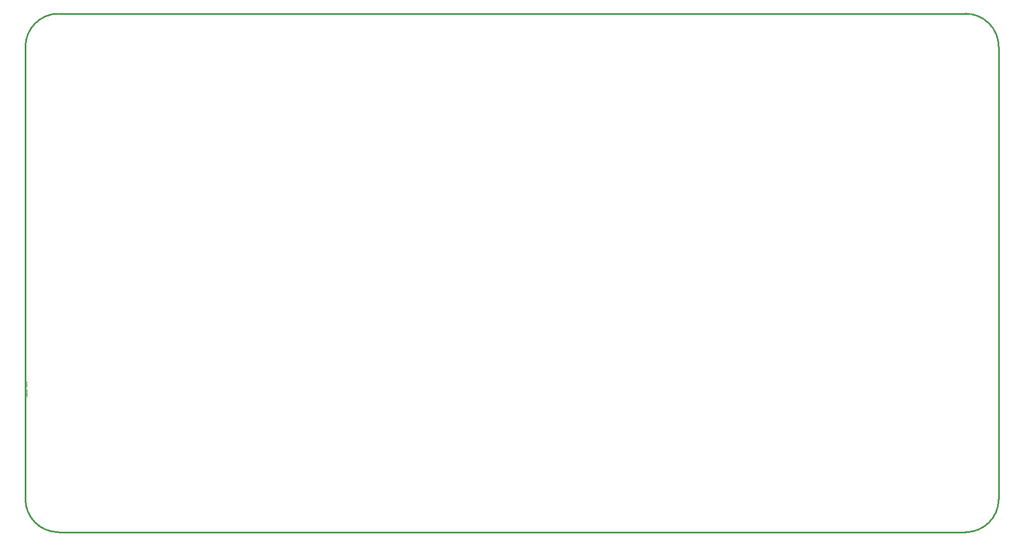
<source format=gbr>
G04*
G04 #@! TF.GenerationSoftware,Altium Limited,Altium Designer,25.1.2 (22)*
G04*
G04 Layer_Color=16711935*
%FSLAX44Y44*%
%MOMM*%
G71*
G04*
G04 #@! TF.SameCoordinates,74C72B32-88F7-4DF0-8C8F-3553CF0260E0*
G04*
G04*
G04 #@! TF.FilePolarity,Positive*
G04*
G01*
G75*
%ADD10C,0.2540*%
%ADD15C,0.1000*%
D10*
X1600000Y849000D02*
G03*
X1548997Y900003I-51002J0D01*
G01*
X1549000Y99998D02*
G03*
X1600000Y150500I0J51002D01*
G01*
X151003Y900003D02*
G03*
X100000Y849000I0J-51002D01*
G01*
X99998Y151000D02*
G03*
X151000Y99998I51002J0D01*
G01*
X245500Y900000D02*
X1548995D01*
X1600000Y594000D02*
Y849000D01*
X1600000Y150500D02*
Y201250D01*
X151000Y99998D02*
X1549000D01*
X151005Y900000D02*
X245500D01*
X99997Y849000D02*
X99998Y151000D01*
X1600000Y594000D02*
X1600000Y201250D01*
D15*
X99900Y215550D02*
Y307200D01*
X98900Y332200D02*
X101899D01*
Y330700D01*
X101399Y330201D01*
X100400D01*
X99900Y330700D01*
Y332200D01*
X101399Y327201D02*
X101899Y327701D01*
Y328701D01*
X101399Y329201D01*
X99400D01*
X98900Y328701D01*
Y327701D01*
X99400Y327201D01*
X101899Y326202D02*
X98900D01*
Y324702D01*
X99400Y324202D01*
X99900D01*
X100400Y324702D01*
Y326202D01*
Y324702D01*
X100899Y324202D01*
X101399D01*
X101899Y324702D01*
Y326202D01*
Y318204D02*
Y320204D01*
X98900D01*
Y318204D01*
X100400Y320204D02*
Y319204D01*
X101899Y317205D02*
X98900D01*
Y315705D01*
X99400Y315205D01*
X101399D01*
X101899Y315705D01*
Y317205D01*
X101399Y312206D02*
X101899Y312706D01*
Y313706D01*
X101399Y314206D01*
X99400D01*
X98900Y313706D01*
Y312706D01*
X99400Y312206D01*
X100400D01*
Y313206D01*
X101899Y309207D02*
Y311207D01*
X98900D01*
Y309207D01*
X100400Y311207D02*
Y310207D01*
M02*

</source>
